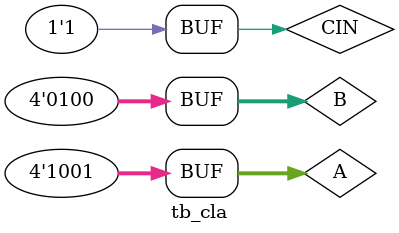
<source format=v>
`timescale 1ps / 1ps


module tb_cla;

	// Inputs
	reg [3:0] A;
	reg [3:0] B;
	reg CIN;

	// Outputs
	wire [3:0] S;
	wire Gg;
	wire Pg;

	// Instantiate the Unit Under Test (UUT)
	my_cla uut (
		.A(A), 
		.B(B), 
		.CIN(CIN), 
		.S(S), 
		.Gg(Gg), 
		.Pg(Pg)
	);

	initial begin
      A = 4'b1000;
      B = 4'b0111;
      CIN = 1'b0;
      #5;
      A = 4'b110;
      B = 4'b011;
      CIN = 1'b0;
      #5;
		A = 4'b1010;
      B = 4'b0101;
      CIN = 1'b0;
      #5;
      A = 4'b1000;
      B = 4'b0111;
      CIN = 1'b0;
      #5;
      A = 4'b1001;
      B = 4'b0100;
      CIN = 1'b1;
      #5;


	end
      
endmodule


</source>
